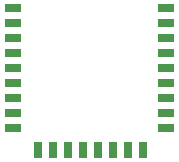
<source format=gbr>
G04 EAGLE Gerber RS-274X export*
G75*
%MOMM*%
%FSLAX34Y34*%
%LPD*%
%INSolderpaste Top*%
%IPPOS*%
%AMOC8*
5,1,8,0,0,1.08239X$1,22.5*%
G01*
%ADD10R,1.422400X0.711200*%
%ADD11R,0.711200X1.422400*%


D10*
X166370Y242310D03*
X166370Y255010D03*
X166370Y267710D03*
X166370Y280410D03*
X166370Y293110D03*
X166370Y305810D03*
X166370Y318510D03*
X166370Y331210D03*
D11*
X146520Y223520D03*
X133820Y223520D03*
X121120Y223520D03*
X108420Y223520D03*
X95720Y223520D03*
X83020Y223520D03*
X70320Y223520D03*
D10*
X36400Y242310D03*
X36400Y255010D03*
X36400Y267710D03*
X36400Y280410D03*
X36400Y293110D03*
X36400Y305810D03*
X36400Y318510D03*
X36400Y331210D03*
D11*
X57620Y223520D03*
D10*
X36400Y343910D03*
X166370Y343910D03*
M02*

</source>
